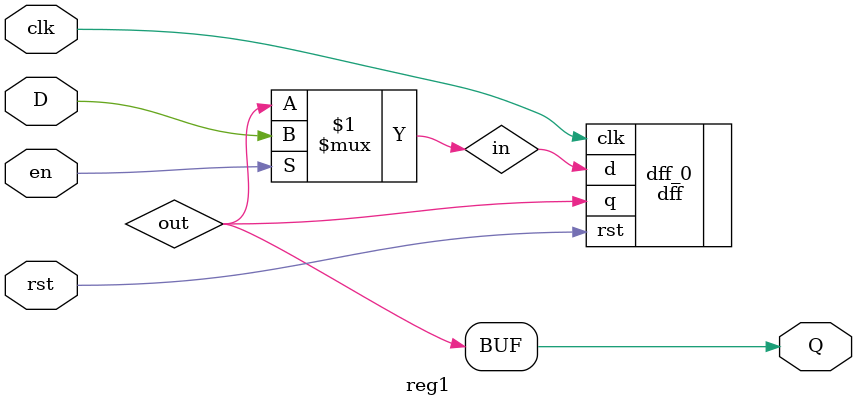
<source format=v>
module reg1 (D, clk, rst, en, Q);	
	input	clk, rst, en;	
	input		D;	
	output		Q;	
	wire 		in, out;	

	assign in = (en)? D : out;	
	assign Q = out;	
	dff dff_0(.d(in), .clk(clk), .rst(rst), .q(out));	

endmodule

</source>
